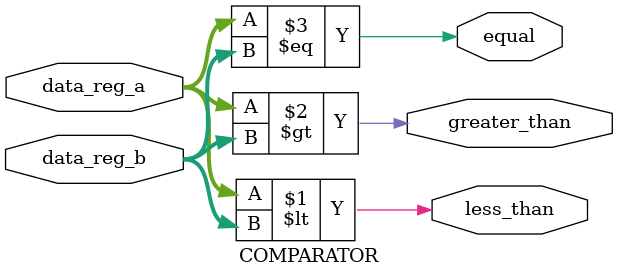
<source format=v>

module COMPARATOR
#( 
  // Width of register to store incoming data from data bus
  parameter DATA_WIDTH = 16   
 )
( // Input data from register A (16 bit)
  input [(DATA_WIDTH-1):0] data_reg_a, 
  // Input data from register B (16 bit)
  input [(DATA_WIDTH-1):0] data_reg_b,  
  // If data in reg A is less than data in reg B this signal will become high
  output wire less_than,
  // If data in reg A is equal to data in reg B this signal will become high
  output wire equal,
  // If data in reg A is greater than data in reg B this signal will become high
  output wire greater_than );

// If Data_reg_A is less than Data_reg_B, then less_than = 1 otherwise less_than = 0
assign less_than    =  data_reg_a < data_reg_b;
// If Data_reg_A is greater than Data_reg_B, then greater_than = 1 otherwise greater_than = 0
assign greater_than =  data_reg_a > data_reg_b;
// If Data_reg_A is equal Data_reg_B, then equal = 1 otherwise equal = 0
assign equal        =  data_reg_a == data_reg_b;

endmodule
</source>
